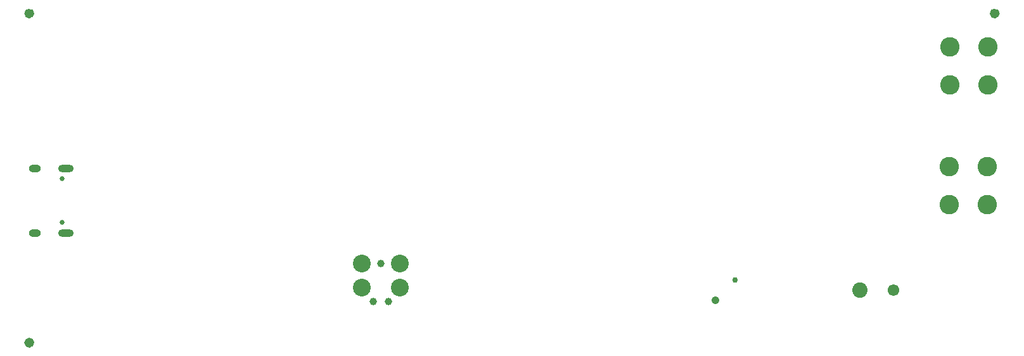
<source format=gbr>
G04 #@! TF.GenerationSoftware,KiCad,Pcbnew,7.0.2*
G04 #@! TF.CreationDate,2024-01-03T16:57:31-08:00*
G04 #@! TF.ProjectId,UsbSourceMeasure,55736253-6f75-4726-9365-4d6561737572,rev?*
G04 #@! TF.SameCoordinates,PX8f0d180PY7270e00*
G04 #@! TF.FileFunction,Soldermask,Bot*
G04 #@! TF.FilePolarity,Negative*
%FSLAX46Y46*%
G04 Gerber Fmt 4.6, Leading zero omitted, Abs format (unit mm)*
G04 Created by KiCad (PCBNEW 7.0.2) date 2024-01-03 16:57:31*
%MOMM*%
%LPD*%
G01*
G04 APERTURE LIST*
%ADD10C,0.650000*%
%ADD11C,1.550000*%
%ADD12C,2.050000*%
%ADD13C,2.374900*%
%ADD14C,0.990600*%
%ADD15C,0.650000*%
%ADD16O,2.100000X1.000000*%
%ADD17O,1.600000X1.000000*%
%ADD18C,2.600000*%
%ADD19C,1.152000*%
%ADD20C,0.750000*%
%ADD21C,1.050000*%
G04 APERTURE END LIST*
D10*
X-62675000Y-13000000D02*
G75*
G03*
X-62675000Y-13000000I-325000J0D01*
G01*
X-62675000Y31000000D02*
G75*
G03*
X-62675000Y31000000I-325000J0D01*
G01*
X66325000Y31000000D02*
G75*
G03*
X66325000Y31000000I-325000J0D01*
G01*
D11*
X52500000Y-6000000D03*
D12*
X48000000Y-6000000D03*
D13*
X-13460000Y-2460000D03*
D14*
X-16000000Y-2460000D03*
D13*
X-18540000Y-2460000D03*
X-13460000Y-5635000D03*
X-18540000Y-5635000D03*
D14*
X-14984000Y-7540000D03*
X-17016000Y-7540000D03*
D15*
X-58609500Y8890000D03*
X-58609500Y3110000D03*
D16*
X-58109500Y10320000D03*
D17*
X-62289500Y10320000D03*
D16*
X-58109500Y1680000D03*
D17*
X-62289500Y1680000D03*
D18*
X65080000Y21460000D03*
X65080000Y26540000D03*
X60000000Y21460000D03*
X60000000Y26540000D03*
D19*
X-63000000Y-13000000D03*
D18*
X65000000Y5460000D03*
X65000000Y10540000D03*
X59920000Y5460000D03*
X59920000Y10540000D03*
D19*
X-63000000Y31000000D03*
X66000000Y31000000D03*
D20*
X31343503Y-4656497D03*
D21*
X28656497Y-7343503D03*
M02*

</source>
